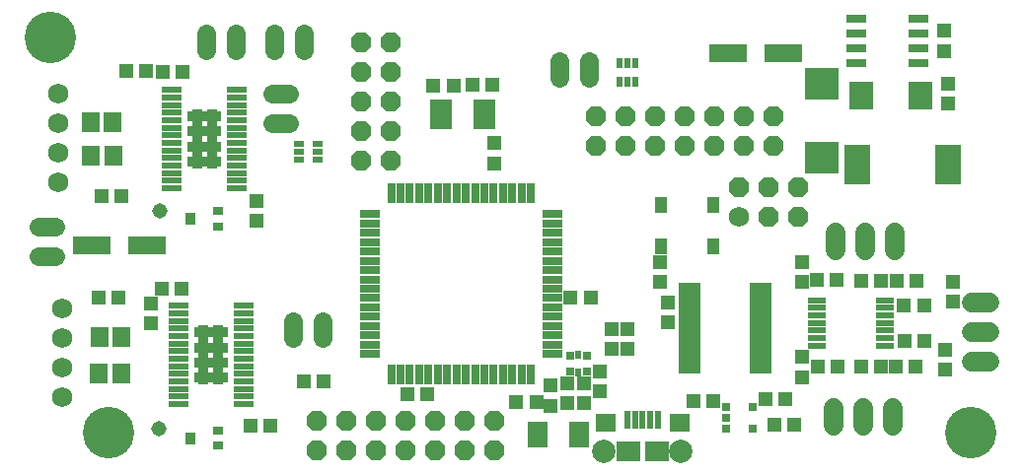
<source format=gts>
G75*
G70*
%OFA0B0*%
%FSLAX24Y24*%
%IPPOS*%
%LPD*%
%AMOC8*
5,1,8,0,0,1.08239X$1,22.5*
%
%ADD10R,0.0671X0.0277*%
%ADD11R,0.0277X0.0671*%
%ADD12R,0.0724X0.0253*%
%ADD13R,0.0631X0.0237*%
%ADD14R,0.0474X0.0513*%
%ADD15R,0.0513X0.0474*%
%ADD16C,0.0680*%
%ADD17R,0.0749X0.1025*%
%ADD18C,0.0789*%
%ADD19R,0.0710X0.0631*%
%ADD20R,0.0237X0.0611*%
%ADD21R,0.0828X0.0710*%
%ADD22R,0.0237X0.0277*%
%ADD23R,0.0277X0.0277*%
%ADD24R,0.0671X0.0907*%
%ADD25R,0.0493X0.0505*%
%ADD26R,0.0505X0.0493*%
%ADD27OC8,0.0680*%
%ADD28R,0.0710X0.0198*%
%ADD29R,0.0354X0.2047*%
%ADD30R,0.1181X0.0354*%
%ADD31R,0.0592X0.0671*%
%ADD32R,0.1261X0.0631*%
%ADD33C,0.0680*%
%ADD34C,0.0640*%
%ADD35R,0.0198X0.0356*%
%ADD36R,0.0395X0.0552*%
%ADD37R,0.0356X0.0434*%
%ADD38R,0.0356X0.0316*%
%ADD39R,0.0789X0.0946*%
%ADD40R,0.0690X0.0316*%
%ADD41R,0.0867X0.1340*%
%ADD42R,0.1143X0.1084*%
%ADD43R,0.0356X0.0198*%
%ADD44C,0.1740*%
%ADD45C,0.0516*%
D10*
X016093Y004979D03*
X016093Y005294D03*
X016093Y005609D03*
X016093Y005924D03*
X016093Y006239D03*
X016093Y006554D03*
X016093Y006869D03*
X016093Y007184D03*
X016093Y007499D03*
X016093Y007814D03*
X016093Y008129D03*
X016093Y008443D03*
X016093Y008758D03*
X016093Y009073D03*
X016093Y009388D03*
X016093Y009703D03*
X022235Y009703D03*
X022235Y009388D03*
X022235Y009073D03*
X022235Y008758D03*
X022235Y008443D03*
X022235Y008129D03*
X022235Y007814D03*
X022235Y007499D03*
X022235Y007184D03*
X022235Y006869D03*
X022235Y006554D03*
X022235Y006239D03*
X022235Y005924D03*
X022235Y005609D03*
X022235Y005294D03*
X022235Y004979D03*
D11*
X021526Y004270D03*
X021211Y004270D03*
X020896Y004270D03*
X020581Y004270D03*
X020266Y004270D03*
X019951Y004270D03*
X019636Y004270D03*
X019321Y004270D03*
X019006Y004270D03*
X018691Y004270D03*
X018377Y004270D03*
X018062Y004270D03*
X017747Y004270D03*
X017432Y004270D03*
X017117Y004270D03*
X016802Y004270D03*
X016802Y010412D03*
X017117Y010412D03*
X017432Y010412D03*
X017747Y010412D03*
X018062Y010412D03*
X018377Y010412D03*
X018691Y010412D03*
X019006Y010412D03*
X019321Y010412D03*
X019636Y010412D03*
X019951Y010412D03*
X020266Y010412D03*
X020581Y010412D03*
X020896Y010412D03*
X021211Y010412D03*
X021526Y010412D03*
D12*
X026880Y007256D03*
X026880Y007001D03*
X026880Y006745D03*
X026880Y006489D03*
X026880Y006233D03*
X026880Y005977D03*
X026880Y005721D03*
X026880Y005465D03*
X026880Y005209D03*
X026880Y004953D03*
X026880Y004697D03*
X026880Y004441D03*
X029282Y004441D03*
X029282Y004697D03*
X029282Y004953D03*
X029282Y005209D03*
X029282Y005465D03*
X029282Y005721D03*
X029282Y005977D03*
X029282Y006233D03*
X029282Y006489D03*
X029282Y006745D03*
X029282Y007001D03*
X029282Y007256D03*
D13*
X031168Y006794D03*
X031168Y006538D03*
X031168Y006282D03*
X031168Y006026D03*
X031168Y005770D03*
X031168Y005514D03*
X031168Y005258D03*
X033491Y005258D03*
X033491Y005514D03*
X033491Y005770D03*
X033491Y006026D03*
X033491Y006282D03*
X033491Y006538D03*
X033491Y006794D03*
D14*
X034132Y006609D03*
X034802Y006609D03*
X034538Y007459D03*
X033869Y007459D03*
X033337Y007447D03*
X032668Y007447D03*
X031853Y007487D03*
X031184Y007487D03*
X034140Y005408D03*
X034810Y005408D03*
X034526Y004566D03*
X033857Y004566D03*
X033337Y004566D03*
X032668Y004566D03*
X031900Y004546D03*
X031231Y004546D03*
X014510Y004058D03*
X013841Y004058D03*
X012719Y002562D03*
X012050Y002562D03*
X008684Y006006D03*
X008684Y006676D03*
D15*
X007581Y006873D03*
X006912Y006873D03*
X009038Y007188D03*
X009707Y007188D03*
X012247Y009491D03*
X012247Y010160D03*
X007680Y010317D03*
X007010Y010317D03*
X007837Y014550D03*
X008506Y014550D03*
X009077Y014530D03*
X009747Y014530D03*
X025869Y008093D03*
X025869Y007424D03*
X024786Y005829D03*
X024235Y005810D03*
X024235Y005140D03*
X024786Y005160D03*
X023861Y004392D03*
X023329Y003999D03*
X023861Y003723D03*
X023329Y003329D03*
X022739Y003329D03*
X022739Y003999D03*
X030684Y004199D03*
X030684Y004869D03*
X030668Y007408D03*
X030668Y008077D03*
D16*
X031829Y008502D02*
X031829Y009102D01*
X032829Y009102D02*
X032829Y008502D01*
X033829Y008502D02*
X033829Y009102D01*
X036419Y006731D02*
X037019Y006731D01*
X037019Y005731D02*
X036419Y005731D01*
X036419Y004731D02*
X037019Y004731D01*
X033766Y003161D02*
X033766Y002561D01*
X032766Y002561D02*
X032766Y003161D01*
X031766Y003161D02*
X031766Y002561D01*
D17*
X019943Y013073D03*
X018487Y013073D03*
D18*
X023999Y001695D03*
X026597Y001695D03*
D19*
X026558Y002660D03*
X024038Y002660D03*
D20*
X024786Y002758D03*
X025042Y002758D03*
X025298Y002758D03*
X025554Y002758D03*
X025810Y002758D03*
D21*
X025770Y001695D03*
X024825Y001695D03*
D22*
X023132Y004353D03*
X023132Y004943D03*
D23*
X022837Y004904D03*
X022837Y004392D03*
X023428Y004392D03*
X023428Y004904D03*
X028113Y003191D03*
X028113Y002817D03*
X028113Y002443D03*
X029018Y002443D03*
X029018Y003191D03*
D24*
X023152Y002247D03*
X021735Y002247D03*
D25*
X021705Y003349D03*
X021016Y003349D03*
X018024Y003605D03*
X017335Y003605D03*
X022847Y006892D03*
X023536Y006892D03*
X027001Y003369D03*
X027690Y003369D03*
X029441Y003467D03*
X030130Y003467D03*
X030426Y002601D03*
X029737Y002601D03*
X018910Y014058D03*
X019540Y014097D03*
X020229Y014097D03*
X018221Y014058D03*
D26*
X020298Y012119D03*
X020298Y011430D03*
X026144Y006725D03*
X026144Y006036D03*
X022188Y003910D03*
X022188Y003221D03*
X035514Y004441D03*
X035514Y005130D03*
X035790Y006745D03*
X035790Y007434D03*
X035613Y013438D03*
X035613Y014127D03*
X035495Y015229D03*
X035495Y015918D03*
D27*
X029715Y013003D03*
X028715Y013003D03*
X027715Y013003D03*
X026715Y013003D03*
X025715Y013003D03*
X024715Y013003D03*
X023715Y013003D03*
X023715Y012003D03*
X024715Y012003D03*
X025715Y012003D03*
X026715Y012003D03*
X027715Y012003D03*
X028715Y012003D03*
X029715Y012003D03*
X029550Y010621D03*
X030550Y010621D03*
X028550Y010621D03*
X029550Y009621D03*
X030550Y009621D03*
X016782Y011506D03*
X015782Y011506D03*
X015782Y012506D03*
X016782Y012506D03*
X016782Y013506D03*
X015782Y013506D03*
X015782Y014506D03*
X016782Y014506D03*
X016782Y015506D03*
X015782Y015506D03*
X015286Y002707D03*
X016286Y002707D03*
X017286Y002707D03*
X018286Y002707D03*
X019286Y002707D03*
X020286Y002707D03*
X020286Y001707D03*
X019286Y001707D03*
X018286Y001707D03*
X017286Y001707D03*
X016286Y001707D03*
X015286Y001707D03*
X014286Y001707D03*
X014286Y002707D03*
D28*
X011814Y003280D03*
X011814Y003536D03*
X011814Y003792D03*
X011814Y004048D03*
X011814Y004304D03*
X011814Y004560D03*
X011814Y004816D03*
X011814Y005071D03*
X011814Y005327D03*
X011814Y005583D03*
X011814Y005839D03*
X011814Y006095D03*
X011814Y006351D03*
X011814Y006607D03*
X009609Y006607D03*
X009609Y006351D03*
X009609Y006095D03*
X009609Y005839D03*
X009609Y005583D03*
X009609Y005327D03*
X009609Y005071D03*
X009609Y004816D03*
X009609Y004560D03*
X009609Y004304D03*
X009609Y004048D03*
X009609Y003792D03*
X009609Y003536D03*
X009609Y003280D03*
X009392Y010583D03*
X009392Y010839D03*
X009392Y011095D03*
X009392Y011351D03*
X009392Y011607D03*
X009392Y011863D03*
X009392Y012119D03*
X009392Y012375D03*
X009392Y012630D03*
X009392Y012886D03*
X009392Y013142D03*
X009392Y013398D03*
X009392Y013654D03*
X009392Y013910D03*
X011597Y013910D03*
X011597Y013654D03*
X011597Y013398D03*
X011597Y013142D03*
X011597Y012886D03*
X011597Y012630D03*
X011597Y012375D03*
X011597Y012119D03*
X011597Y011863D03*
X011597Y011607D03*
X011597Y011351D03*
X011597Y011095D03*
X011597Y010839D03*
X011597Y010583D03*
D29*
X010751Y012247D03*
X010239Y012247D03*
X010455Y004943D03*
X010967Y004943D03*
D30*
X010711Y005199D03*
X010711Y004688D03*
X010711Y004176D03*
X010711Y005711D03*
X010495Y011479D03*
X010495Y011991D03*
X010495Y012503D03*
X010495Y013014D03*
D31*
X007384Y012817D03*
X006636Y012817D03*
X006656Y011676D03*
X007404Y011676D03*
X007699Y005554D03*
X006951Y005554D03*
X006932Y004333D03*
X007680Y004333D03*
D32*
X008566Y008664D03*
X006676Y008664D03*
X028172Y015140D03*
X030062Y015140D03*
D33*
X028550Y009621D03*
X005534Y010774D03*
X005534Y011774D03*
X005534Y012774D03*
X005534Y013774D03*
X005691Y006510D03*
X005691Y005510D03*
X005691Y004510D03*
X005691Y003510D03*
D34*
X013479Y005510D02*
X013479Y006070D01*
X014479Y006070D02*
X014479Y005510D01*
X005440Y008302D02*
X004880Y008302D01*
X004880Y009302D02*
X005440Y009302D01*
X012793Y012790D02*
X013353Y012790D01*
X013353Y013790D02*
X012793Y013790D01*
X012849Y015254D02*
X012849Y015814D01*
X013849Y015814D02*
X013849Y015254D01*
X011566Y015254D02*
X011566Y015814D01*
X010566Y015814D02*
X010566Y015254D01*
X022495Y014869D02*
X022495Y014309D01*
X023495Y014309D02*
X023495Y014869D01*
D35*
X024530Y014825D03*
X024786Y014825D03*
X025042Y014825D03*
X025042Y014195D03*
X024786Y014195D03*
X024530Y014195D03*
D36*
X025918Y010003D03*
X027670Y010003D03*
X027670Y008625D03*
X025918Y008625D03*
D37*
X010022Y009550D03*
X010022Y002129D03*
D38*
X010967Y002384D03*
X010967Y001873D03*
X010967Y009294D03*
X010967Y009806D03*
D39*
X032680Y013723D03*
X034688Y013723D03*
D40*
X034629Y014804D03*
X034630Y015304D03*
X034630Y015804D03*
X034629Y016304D03*
X032503Y016304D03*
X032503Y015804D03*
X032503Y015304D03*
X032503Y014804D03*
D41*
X032542Y011400D03*
X035613Y011400D03*
D42*
X031361Y011607D03*
X031361Y014107D03*
D43*
X014314Y012069D03*
X014314Y011814D03*
X014314Y011558D03*
X013684Y011558D03*
X013684Y011814D03*
X013684Y012069D03*
D44*
X007247Y002306D03*
X036380Y002306D03*
X005278Y015691D03*
D45*
X008999Y009825D03*
X008959Y002463D03*
M02*

</source>
